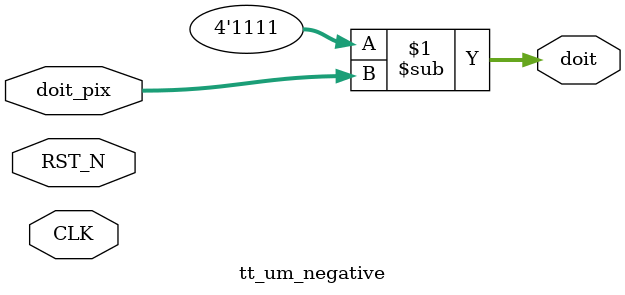
<source format=v>

`ifdef BSV_ASSIGNMENT_DELAY
`else
  `define BSV_ASSIGNMENT_DELAY
`endif

`ifdef BSV_POSITIVE_RESET
  `define BSV_RESET_VALUE 1'b1
  `define BSV_RESET_EDGE posedge
`else
  `define BSV_RESET_VALUE 1'b0
  `define BSV_RESET_EDGE negedge
`endif

module tt_um_negative(CLK,
		      RST_N,

		      doit_pix,
		      doit);
  input  CLK;
  input  RST_N;

  // value method doit
  input  [3 : 0] doit_pix;
  output [3 : 0] doit;

  // signals for module outputs
  wire [3 : 0] doit;

  // value method doit
  assign doit = 4'hF - doit_pix ;
endmodule  // tt_um_negative


</source>
